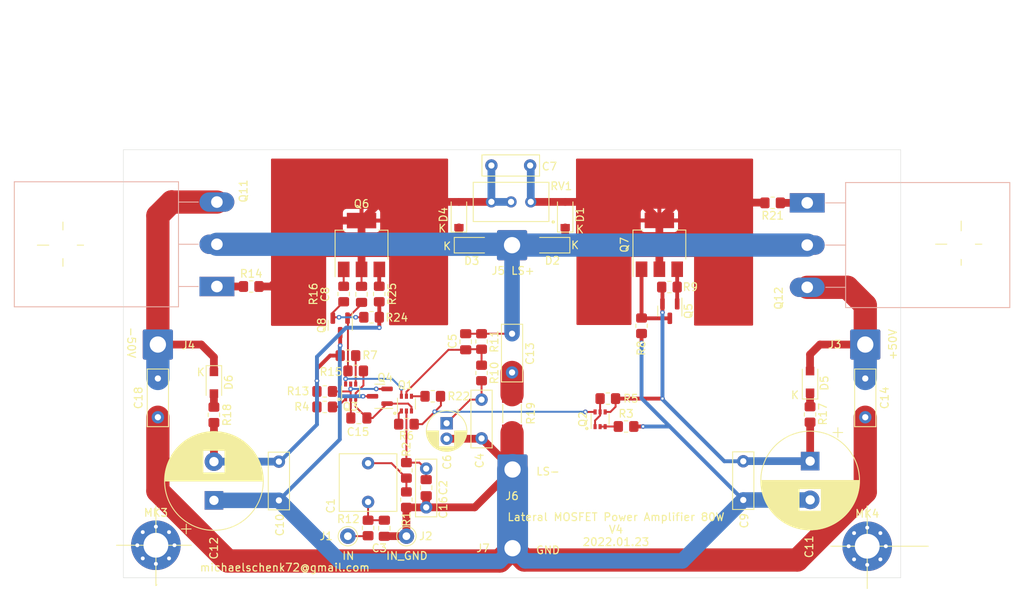
<source format=kicad_pcb>
(kicad_pcb (version 20211014) (generator pcbnew)
  (layers (0 "F.Cu" signal) (31 "B.Cu" signal) (34 "B.Paste" user) (35 "F.Paste" user) (36 "B.SilkS" user "B.Silkscreen") (37 "F.SilkS" user "F.Silkscreen") (38 "B.Mask" user) (39 "F.Mask" user) (44 "Edge.Cuts" user))
  (net 0 "")
  (net 1 "Net-(C1-Pad2)")
  (net 2 "Net-(C1-Pad1)")
  (net 3 "GND")
  (net 4 "Net-(Q1-Pad2)")
  (net 5 "Net-(C4-Pad1)")
  (net 6 "Net-(C13-Pad1)")
  (net 7 "Net-(C7-Pad1)")
  (net 8 "Net-(C5-Pad2)")
  (net 9 "Net-(C11-Pad1)")
  (net 10 "Net-(C13-Pad2)")
  (net 11 "Net-(D1-Pad1)")
  (net 12 "Net-(D3-Pad1)")
  (net 13 "Net-(D5-Pad1)")
  (net 14 "Net-(D6-Pad2)")
  (net 15 "Net-(Q11-Pad1)")
  (net 16 "Net-(C14-Pad1)")
  (net 17 "Net-(Q1-Pad1)")
  (net 18 "Net-(C18-Pad2)")
  (net 19 "Net-(Q5-Pad3)")
  (net 20 "Net-(Q2-Pad2)")
  (net 21 "Net-(Q2-Pad1)")
  (net 22 "Net-(Q1-Pad3)")
  (net 23 "Net-(Q3-Pad5)")
  (net 24 "Net-(Q1-Pad4)")
  (net 25 "Net-(J1-Pad1)")
  (net 26 "Net-(R6-Pad1)")
  (net 27 "Net-(Q3-Pad1)")
  (net 28 "Net-(Q8-Pad2)")
  (net 29 "Net-(Q5-Pad1)")
  (net 30 "Net-(Q6-Pad3)")
  (net 31 "Net-(Q12-Pad1)")
  (net 32 "Net-(Q3-Pad4)")
  (net 33 "Net-(Q6-Pad1)")
  (net 34 "Net-(C7-Pad2)")
  (net 35 "Net-(Q1-Pad6)")
  (net 36 "Net-(C10-Pad2)")
  (footprint "Capacitor_THT:C_Rect_L7.2mm_W7.2mm_P5.00mm_FKS2_FKP2_MKS2_MKP2" (layer "F.Cu") (at 140.8 85.0375 -90)
    (fp_text reference "C1")
    (fp_text value "3.3uF")
  )
  (footprint "Capacitor_SMD:C_0805_2012Metric_Pad1.18x1.45mm_HandSolder" (layer "F.Cu") (at 148.3 88.2 -90)
    (fp_text reference "C2")
    (fp_text value "470p")
  )
  (footprint "Capacitor_THT:CP_Radial_D5.0mm_P2.00mm" (layer "F.Cu") (at 150.9395 79.883 -90)
    (fp_text reference "C4")
    (fp_text value "47u/16V")
  )
  (footprint "Capacitor_SMD:C_0805_2012Metric_Pad1.18x1.45mm_HandSolder" (layer "F.Cu") (at 153.4 69.3625 -90)
    (fp_text reference "C5")
    (fp_text value "10p")
  )
  (footprint "Capacitor_THT:C_Rect_L7.2mm_W2.5mm_P5.00mm_FKS2_FKP2_MKS2_MKP2" (layer "F.Cu") (at 155.448 76.835 -90)
    (fp_text reference "C6")
    (fp_text value "100n")
  )
  (footprint "Capacitor_THT:C_Rect_L7.2mm_W2.5mm_P5.00mm_FKS2_FKP2_MKS2_MKP2" (layer "F.Cu") (at 189.23 84.789 -90)
    (fp_text reference "C9")
    (fp_text value "100n")
  )
  (footprint "Capacitor_THT:CP_Radial_D12.5mm_P5.00mm" (layer "F.Cu") (at 197.866 84.7725 -90)
    (fp_text reference "C11")
    (fp_text value "220u/100V")
  )
  (footprint "Capacitor_THT:C_Rect_L7.2mm_W2.5mm_P5.00mm_FKS2_FKP2_MKS2_MKP2" (layer "F.Cu") (at 159.385 68.326 -90)
    (fp_text reference "C13")
    (fp_text value "22n")
  )
  (footprint "Diode_SMD:D_SOD-123" (layer "F.Cu") (at 166.243 52.958 90)
    (fp_text reference "D1")
    (fp_text value "1N914")
  )
  (footprint "Diode_SMD:D_SOD-123" (layer "F.Cu") (at 164.592 56.896 180)
    (fp_text reference "D2")
    (fp_text value "12V/0.5W")
  )
  (footprint "Diode_SMD:D_SOD-123" (layer "F.Cu") (at 154.178 56.896)
    (fp_text reference "D3")
    (fp_text value "1N914")
  )
  (footprint "Diode_SMD:D_SOD-123" (layer "F.Cu") (at 152.527 52.958 90)
    (fp_text reference "D4")
    (fp_text value "12V/0.5W")
  )
  (footprint "Diode_SMD:D_SOD-123F" (layer "F.Cu") (at 197.85 74.55 90)
    (fp_text reference "D5")
    (fp_text value "SM4002PL-TP")
  )
  (footprint "Connector_Pin:Pin_D1.0mm_L10.0mm" (layer "F.Cu") (at 138.19 94.4585)
    (fp_text reference "J1")
    (fp_text value "Conn_01x01")
  )
  (footprint "Connector_Pin:Pin_D1.0mm_L10.0mm" (layer "F.Cu") (at 145.7465 94.4585)
    (fp_text reference "J2")
    (fp_text value "Conn_01x01")
  )
  (footprint "Connector_Wire:SolderWire-1.5sqmm_1x01_D1.7mm_OD3.9mm" (layer "F.Cu") (at 204.978 69.723)
    (fp_text reference "J3")
    (fp_text value "+50V")
  )
  (footprint "Connector_Wire:SolderWire-1.5sqmm_1x01_D1.7mm_OD3.9mm" (layer "F.Cu") (at 159.385 56.896)
    (fp_text reference "J5")
    (fp_text value "LS+")
  )
  (footprint "Connector_Wire:SolderWire-1.5sqmm_1x01_D1.7mm_OD3.9mm" (layer "F.Cu") (at 159.4485 85.852)
    (fp_text reference "J6")
    (fp_text value "LS-")
  )
  (footprint "Connector_Wire:SolderWire-1.5sqmm_1x01_D1.7mm_OD3.9mm" (layer "F.Cu") (at 159.4485 96.012)
    (fp_text reference "J7")
    (fp_text value "GND")
  )
  (footprint "MountingHole:MountingHole_3.2mm_M3_Pad_Via" (layer "F.Cu") (at 113.411 95.631)
    (fp_text reference "MK3")
    (fp_text value "Mounting_Hole_PAD")
  )
  (footprint "MountingHole:MountingHole_3.2mm_M3_Pad_Via" (layer "F.Cu") (at 205.232 95.758)
    (fp_text reference "MK4")
    (fp_text value "Mounting_Hole_PAD")
  )
  (footprint "Resistor_SMD:R_0805_2012Metric_Pad1.20x1.40mm_HandSolder" (layer "F.Cu") (at 145.7465 89.7435 -90)
    (fp_text reference "R1")
    (fp_text value "33k")
  )
  (footprint "Resistor_SMD:R_0805_2012Metric_Pad1.20x1.40mm_HandSolder" (layer "F.Cu") (at 145.7465 85.9655 -90)
    (fp_text reference "R2")
    (fp_text value "470R")
  )
  (footprint "Resistor_SMD:R_0805_2012Metric_Pad1.20x1.40mm_HandSolder" (layer "F.Cu") (at 174.1 80.3)
    (fp_text reference "R3")
    (fp_text value "22k")
  )
  (footprint "Resistor_SMD:R_0805_2012Metric_Pad1.20x1.40mm_HandSolder" (layer "F.Cu") (at 171.75 76.7 180)
    (fp_text reference "R5")
    (fp_text value "180R")
  )
  (footprint "Resistor_SMD:R_0805_2012Metric_Pad1.20x1.40mm_HandSolder" (layer "F.Cu") (at 145.75 80 180)
    (fp_text reference "R6")
    (fp_text value "100R")
  )
  (footprint "Resistor_SMD:R_0805_2012Metric_Pad1.20x1.40mm_HandSolder" (layer "F.Cu") (at 155.448 73.39 -90)
    (fp_text reference "R10")
    (fp_text value "1k")
  )
  (footprint "Resistor_SMD:R_0805_2012Metric_Pad1.20x1.40mm_HandSolder" (layer "F.Cu") (at 155.448 69.326 -90)
    (fp_text reference "R11")
    (fp_text value "33k")
  )
  (footprint "Resistor_SMD:R_0805_2012Metric_Pad1.20x1.40mm_HandSolder" (layer "F.Cu") (at 125.714 62.23)
    (fp_text reference "R14")
    (fp_text value "220R")
  )
  (footprint "Resistor_SMD:R_0805_2012Metric_Pad1.20x1.40mm_HandSolder" (layer "F.Cu") (at 197.85 78.75 90)
    (fp_text reference "R17")
    (fp_text value "100R")
  )
  (footprint "Resistor_SMD:R_MELF_MMB-0207" (layer "F.Cu") (at 159.385 78.65 -90)
    (fp_text reference "R19")
    (fp_text value "6.8R/1W")
  )
  (footprint "Resistor_SMD:R_0805_2012Metric_Pad1.20x1.40mm_HandSolder" (layer "F.Cu") (at 193.024 51.435 180)
    (fp_text reference "R21")
    (fp_text value "220R")
  )
  (footprint "Capacitor_THT:C_Rect_L7.2mm_W2.5mm_P5.00mm_FKS2_FKP2_MKS2_MKP2" (layer "F.Cu") (at 204.978 74.1045 -90)
    (fp_text reference "C14")
    (fp_text value "100n")
  )
  (footprint "Resistor_SMD:R_0805_2012Metric_Pad1.20x1.40mm_HandSolder" (layer "F.Cu") (at 120.9 78.8 -90)
    (fp_text reference "R18")
    (fp_text value "100R")
  )
  (footprint "Capacitor_THT:C_Rect_L7.2mm_W2.5mm_P5.00mm_FKS2_FKP2_MKS2_MKP2" (layer "F.Cu") (at 129.286 89.836 90)
    (fp_text reference "C10")
    (fp_text value "100n")
  )
  (footprint "Capacitor_THT:CP_Radial_D12.5mm_P5.00mm" (layer "F.Cu") (at 120.904 89.836 90)
    (fp_text reference "C12")
    (fp_text value "220u/100V")
  )
  (footprint "Resistor_SMD:R_0805_2012Metric_Pad1.20x1.40mm_HandSolder" (layer "F.Cu") (at 138.2 71.15 180)
    (fp_text reference "R7")
    (fp_text value "220")
  )
  (footprint "Resistor_SMD:R_0805_2012Metric_Pad1.20x1.40mm_HandSolder" (layer "F.Cu") (at 135.2 77.775 180)
    (fp_text reference "R4")
    (fp_text value "220")
  )
  (footprint "Package_TO_SOT_SMD:SOT-23" (layer "F.Cu") (at 179.75 65.4 -90)
    (fp_text reference "Q5")
    (fp_text value "BC856B")
  )
  (footprint "Package_TO_SOT_SMD:SOT-223-3_TabPin2" (layer "F.Cu") (at 139.954 56.871 90)
    (fp_text reference "Q6")
    (fp_text value "DZT5551")
  )
  (footprint "Package_TO_SOT_SMD:SOT-363_SC-70-6" (layer "F.Cu") (at 145.75 77.35 90)
    (fp_text reference "Q1")
    (fp_text value "BC856BS")
  )
  (footprint "Package_TO_SOT_SMD:SOT-363_SC-70-6" (layer "F.Cu") (at 170.7515 79.3695 90)
    (fp_text reference "Q2")
    (fp_text value "BC856BS")
  )
  (footprint "Connector_Wire:SolderWire-1.5sqmm_1x01_D1.7mm_OD3.9mm" (layer "F.Cu") (at 113.665 69.723)
    (fp_text reference "J4")
    (fp_text value "-50V")
  )
  (footprint "Capacitor_THT:C_Rect_L7.2mm_W2.5mm_P5.00mm_FKS2_FKP2_MKS2_MKP2" (layer "F.Cu") (at 113.665 79.1045 90)
    (fp_text reference "C18")
    (fp_text value "100n")
  )
  (footprint "Diode_SMD:D_SOD-123F" (layer "F.Cu") (at 120.9 74.65 -90)
    (fp_text reference "D6")
    (fp_text value "SM4002PL-TP")
  )
  (footprint "Capacitor_THT:C_Rect_L7.2mm_W2.5mm_P5.00mm_FKS2_FKP2_MKS2_MKP2" (layer "F.Cu") (at 156.718 46.609)
    (fp_text reference "C7")
    (fp_text value "100n")
  )
  (footprint "Potentiometer_THT:Potentiometer_Bourns_3296W_Vertical" (layer "F.Cu") (at 161.798 51.308)
    (fp_text reference "RV1")
    (fp_text value "200R")
  )
  (footprint "Resistor_SMD:R_0805_2012Metric_Pad1.20x1.40mm_HandSolder" (layer "F.Cu") (at 179.7 62.3)
    (fp_text reference "R9")
    (fp_text value "75R")
  )
  (footprint "Resistor_SMD:R_0805_2012Metric_Pad1.20x1.40mm_HandSolder" (layer "F.Cu") (at 139.2 73.125 180)
    (fp_text reference "R15")
    (fp_text value "4k7")
  )
  (footprint "Package_TO_SOT_SMD:SOT-363_SC-70-6" (layer "F.Cu") (at 138.55 75.775 90)
    (fp_text reference "Q3")
    (fp_text value "BC846BDW1")
  )
  (footprint "Capacitor_THT:C_Rect_L7.2mm_W2.5mm_P5.00mm_FKS2_FKP2_MKS2_MKP2" (layer "F.Cu") (at 148.3 85.7375 -90)
    (fp_text reference "C16")
    (fp_text value "1n")
  )
  (footprint "Resistor_SMD:R_0805_2012Metric_Pad1.20x1.40mm_HandSolder" (layer "F.Cu") (at 149.15 76.4 180)
    (fp_text reference "R22")
    (fp_text value "100R")
  )
  (footprint "Resistor_SMD:R_0805_2012Metric_Pad1.20x1.40mm_HandSolder" (layer "F.Cu") (at 141.25 66.2)
    (fp_text reference "R24")
    (fp_text value "1k")
  )
  (footprint "Capacitor_SMD:C_0805_2012Metric_Pad1.18x1.45mm_HandSolder" (layer "F.Cu") (at 139.6125 79.2 180)
    (fp_text reference "C15")
    (fp_text value "1n")
  )
  (footprint "Package_TO_SOT_SMD:SOT-223-3_TabPin2" (layer "F.Cu") (at 178.4 56.85 90)
    (fp_text reference "Q7")
    (fp_text value "DZT5401")
  )
  (footprint "Resistor_SMD:R_0805_2012Metric_Pad1.20x1.40mm_HandSolder" (layer "F.Cu") (at 142.24 63.2 -90)
    (fp_text reference "R25")
    (fp_text value "33R")
  )
  (footprint "Capacitor_SMD:C_0805_2012Metric_Pad1.18x1.45mm_HandSolder" (layer "F.Cu") (at 139.954 63.2421 -90)
    (fp_text reference "C8")
    (fp_text value "18p")
  )
  (footprint "Resistor_SMD:R_0805_2012Metric_Pad1.20x1.40mm_HandSolder" (layer "F.Cu") (at 135.2 75.775 180)
    (fp_text reference "R13")
    (fp_text value "1k")
  )
  (footprint "Package_TO_SOT_SMD:SOT-23" (layer "F.Cu") (at 142.3125 76.4 180)
    (fp_text reference "Q4")
    (fp_text value "BC846B")
  )
  (footprint "Package_TO_SOT_SMD:SOT-23" (layer "F.Cu") (at 137.2 67.25 -90)
    (fp_text reference "Q8")
    (fp_text value "BC846B")
  )
  (footprint "Resistor_SMD:R_0805_2012Metric_Pad1.20x1.40mm_HandSolder" (layer "F.Cu") (at 140.8 93.4 -90)
    (fp_text reference "R12")
    (fp_text value "68R")
  )
  (footprint "Resistor_SMD:R_0805_2012Metric_Pad1.20x1.40mm_HandSolder" (layer "F.Cu") (at 176.1 67.3 -90)
    (fp_text reference "R8")
    (fp_text value "22k")
  )
  (footprint "Resistor_SMD:R_0805_2012Metric_Pad1.20x1.40mm_HandSolder" (layer "F.Cu") (at 137.65 63.2 -90)
    (fp_text reference "R16")
    (fp_text value "470R")
  )
  (footprint "Capacitor_SMD:C_0805_2012Metric_Pad1.18x1.45mm_HandSolder" (layer "F.Cu") (at 142.9 93.4375 90)
    (fp_text reference "C3")
    (fp_text value "100p")
  )
  (footprint "Package_TO_SOT_THT:TO-247-3_Horizontal_TabUp" (layer "B.Cu") (at 121.285 62.23 90)
    (fp_text reference "Q11")
    (fp_text value "ECX10P20")
  )
  (footprint "Package_TO_SOT_THT:TO-247-3_Horizontal_TabUp" (layer "B.Cu") (at 197.485 51.435 -90)
    (fp_text reference "Q12")
    (fp_text value "ECX10N20")
  )
  (gr_line (start 98.1075 56.896) (end 104.0765 56.896) (layer "F.SilkS") (width 0.12))
  (gr_line (start 101.4095 53.9115) (end 101.4095 59.6265) (layer "F.SilkS") (width 0.12))
  (gr_line (start 213.106 95.758) (end 200.533 95.758) (layer "F.SilkS") (width 0.12))
  (gr_line (start 117.983 95.631) (end 108.331 95.631) (layer "F.SilkS") (width 0.12))
  (gr_line (start 205.232 101.219) (end 205.232 90.551) (layer "F.SilkS") (width 0.12))
  (gr_line (start 217.3605 53.7845) (end 217.3605 59.4995) (layer "F.SilkS") (width 0.12))
  (gr_line (start 214.0585 56.769) (end 220.0275 56.769) (layer "F.SilkS") (width 0.12))
  (gr_line (start 113.411 90.551) (end 113.411 100.838) (layer "F.SilkS") (width 0.12))
  (gr_line (start 113.411 100.838) (end 113.538 100.711) (layer "F.SilkS") (width 0.12))
  (gr_line (start 109.22 99.822) (end 209.55 99.822) (layer "Edge.Cuts") (width 0.05))
  (gr_line (start 109.22 44.577) (end 109.22 99.822) (layer "Edge.Cuts") (width 0.05))
  (gr_line (start 209.55 44.577) (end 209.55 99.822) (layer "Edge.Cuts") (width 0.05))
  (gr_line (start 109.22 44.577) (end 209.55 44.577) (layer "Edge.Cuts") (width 0.05))
  (gr_text "GND" (at 164.0205 96.266) (layer "F.SilkS") (effects (font (size 1 1))))
  (gr_text "-50V" (at 110.236 69.469 -90) (layer "F.SilkS") (effects (font (size 1 1))))
  (gr_text "°" (at 164.7 54.3) (layer "F.SilkS") (effects (font (size 1 1))))
  (gr_text "°" (at 169.037 80.957) (layer "F.SilkS") (effects (font (size 1 1))))
  (gr_text "°" (at 144.25 79) (layer "F.SilkS") (effects (font (size 1 1))))
  (gr_text "IN" (at 138.25 97) (layer "F.SilkS") (effects (font (size 1 1))))
  (gr_text "LS+" (at 160.782 60.198) (layer "F.SilkS") (effects (font (size 1 1))))
  (gr_text "K" (at 119.2 73.3) (layer "F.SilkS") (effects (font (size 1 1))))
  (gr_text "+50V" (at 208.534 69.723 90) (layer "F.SilkS") (effects (font (size 1 1))))
  (gr_text "IN_GND" (at 145.81 96.9985) (layer "F.SilkS") (effects (font (size 1 1))))
  (gr_text "°" (at 137.05 77.2) (layer "F.SilkS") (effects (font (size 1 1))))
  (gr_text "K" (at 167.513 56.896) (layer "F.SilkS") (effects (font (size 1 1))))
  (gr_text "michaelschenk72@gmail.com" (at 130.05 98.5) (layer "F.SilkS") (effects (font (size 1 1))))
  (gr_text "K" (at 195.9 76.25) (layer "F.SilkS") (effects (font (size 1 1))))
  (gr_text "K" (at 151.003 57.023) (layer "F.SilkS") (effects (font (size 1 1))))
  (gr_text "Lateral MOSFET Power Amplifier 80W\nV4\n2022.01.23" (at 172.8 93.6) (layer "F.SilkS") (effects (font (size 1 1))))
  (gr_text "K" (at 168.148 54.864) (layer "F.SilkS") (effects (font (size 1 1))))
  (gr_text "K" (at 150.368 54.737) (layer "F.SilkS") (effects (font (size 1 1))))
  (gr_text "LS-" (at 164.0205 86.106) (layer "F.SilkS") (effects (font (size 1 1))))
  (segment (start 140.8 92.4) (end 142.9 92.4) (width 0.25) (layer "F.Cu") (net 1))
  (segment (start 140.8 92.4) (end 140.8 90.0375) (width 0.25) (layer "F.Cu") (net 1))
  (segment (start 145.7465 86.9655) (end 143.8185 85.0375) (width 0.25) (layer "F.Cu") (net 2))
  (segment (start 145.7465 88.7435) (end 145.7465 86.9655) (width 0.25) (layer "F.Cu") (net 2))
  (segment (start 143.8185 85.0375) (end 140.8 85.0375) (width 0.25) (layer "F.Cu") (net 2))
  (segment (start 150.9395 81.883) (end 155.4 81.883) (width 1) (layer "F.Cu") (net 3))
  (segment (start 148.652 90.7435) (end 148.6675 90.759) (width 1) (layer "F.Cu") (net 3))
  (segment (start 148.3 90.7375) (end 154.563 90.7375) (width 1) (layer "F.Cu") (net 3))
  (segment (start 196.201998 97.536) (end 160.9725 97.536) (width 3) (layer "F.Cu") (net 3))
  (segment (start 145.7465 90.7435) (end 148.652 90.7435) (width 1) (layer "F.Cu") (net 3))
  (segment (start 145.7465 94.4585) (end 142.9165 94.4585) (width 1) (layer "F.Cu") (net 3))
  (segment (start 148.3 90.7375) (end 148.3 89.2375) (width 1) (layer "F.Cu") (net 3))
  (segment (start 154.563 90.7375) (end 159.4485 85.852) (width 1) (layer "F.Cu") (net 3))
  (segment (start 159.4485 85.8355) (end 155.448 81.835) (width 1) (layer "F.Cu") (net 3))
  (segment (start 137.2 68.1875) (end 137.2 69.85) (width 0.5) (layer "F.Cu") (net 3))
  (segment (start 122.695002 97.663) (end 157.7975 97.663) (width 3) (layer "F.Cu") (net 3))
  (segment (start 113.665 79.1045) (end 113.665 88.632998) (width 3) (layer "F.Cu") (net 3))
  (segment (start 142.9165 94.4585) (end 142.9 94.475) (width 1) (layer "F.Cu") (net 3))
  (segment (start 160.9725 97.536) (end 159.4485 96.012) (width 3) (layer "F.Cu") (net 3))
  (segment (start 159.385 81.1) (end 159.385 85.7885) (width 3) (layer "F.Cu") (net 3))
  (segment (start 175.1 80.3) (end 176.3 80.3) (width 0.5) (layer "F.Cu") (net 3))
  (segment (start 204.978 88.759998) (end 196.201998 97.536) (width 3) (layer "F.Cu") (net 3))
  (segment (start 176.1 68.3) (end 176.1 69.5) (width 0.5) (layer "F.Cu") (net 3))
  (segment (start 113.665 88.632998) (end 122.695002 97.663) (width 3) (layer "F.Cu") (net 3))
  (segment (start 145.7465 94.4585) (end 145.7465 90.7435) (width 1) (layer "F.Cu") (net 3))
  (segment (start 141.375 76.4) (end 140.15 76.4) (width 0.25) (layer "F.Cu") (net 3))
  (segment (start 204.978 79.1045) (end 204.978 88.759998) (width 3) (layer "F.Cu") (net 3))
  (segment (start 157.7975 97.663) (end 159.4485 96.012) (width 3) (layer "F.Cu") (net 3))
  (via (at 140.15 76.4) (size 0.6) (drill 0.3) (layers "F.Cu" "B.Cu") (net 3))
  (via (at 176.3 80.3) (size 0.6) (drill 0.3) (layers "F.Cu" "B.Cu") (net 3))
  (via (at 176.1 69.5) (size 0.6) (drill 0.3) (layers "F.Cu" "B.Cu") (net 3))
  (via (at 137.2 69.85) (size 0.6) (drill 0.3) (layers "F.Cu" "B.Cu") (net 3))
  (segment (start 137.150978 76.4) (end 137.150489 76.399511) (width 0.5) (layer "B.Cu") (net 3))
  (segment (start 159.4485 96.012) (end 159.4485 85.852) (width 4) (layer "B.Cu") (net 3))
  (segment (start 181.369 97.65) (end 161.0865 97.65) (width 2) (layer "B.Cu") (net 3))
  (segment (start 157.7605 97.7) (end 159.4485 96.012) (width 2) (layer "B.Cu") (net 3))
  (segment (start 137.150489 69.899511) (end 137.150489 76.399511) (width 0.5) (layer "B.Cu") (net 3))
  (segment (start 161.0865 97.65) (end 159.4485 96.012) (width 2) (layer "B.Cu") (net 3))
  (segment (start 179.65 80.3) (end 179.6955 80.2545) (width 0.5) (layer "B.Cu") (net 3))
  (segment (start 137.15 97.7) (end 157.7605 97.7) (width 2) (layer "B.Cu") (net 3))
  (segment (start 176.1 76.659) (end 176.1 69.5) (width 0.5) (layer "B.Cu") (net 3))
  (segment (start 189.23 89.789) (end 181.369 97.65) (width 2) (layer "B.Cu") (net 3))
  (segment (start 176.3 80.3) (end 179.65 80.3) (width 0.5) (layer "B.Cu") (net 3))
  (segment (start 129.286 89.836) (end 137.15 97.7) (width 2) (layer "B.Cu") (net 3))
  (segment (start 137.150489 81.971511) (end 129.286 89.836) (width 0.5) (layer "B.Cu") (net 3))
  (segment (start 137.2 69.85) (end 137.150489 69.899511) (width 0.5) (layer "B.Cu") (net 3))
  (segment (start 189.23 89.789) (end 197.8495 89.789) (width 2) (layer "B.Cu") (net 3))
  (segment (start 189.23 89.789) (end 179.6955 80.2545) (width 0.5) (layer "B.Cu") (net 3))
  (segment (start 137.150489 76.399511) (end 137.150489 81.971511) (width 0.5) (layer "B.Cu") (net 3))
  (segment (start 140.15 76.4) (end 137.150978 76.4) (width 0.5) (layer "B.Cu") (net 3))
  (segment (start 129.286 89.836) (end 120.904 89.836) (width 2) (layer "B.Cu") (net 3))
  (segment (start 179.6955 80.2545) (end 176.1 76.659) (width 0.5) (layer "B.Cu") (net 3))
  (segment (start 147.428 84.9655) (end 148.2 85.7375) (width 0.25) (layer "F.Cu") (net 4))
  (segment (start 148.3 87.1625) (end 148.3 85.7375) (width 0.25) (layer "F.Cu") (net 4))
  (segment (start 145.7465 84.9655) (end 145.7465 80.615993) (width 0.25) (layer "F.Cu") (net 4))
  (segment (start 146.334493 84.9655) (end 145.7465 84.9655) (width 0.25) (layer "F.Cu") (net 4))
  (segment (start 145.7465 84.9655) (end 147.428 84.9655) (width 0.25) (layer "F.Cu") (net 4))
  (segment (start 148.2 85.7375) (end 148.3 85.7375) (width 0.25) (layer "F.Cu") (net 4))
  (segment (start 145.7465 80.615993) (end 145.75 80.612493) (width 0.25) (layer "F.Cu") (net 4))
  (segment (start 145.75 78.3) (end 145.75 80.612493) (width 0.25) (layer "F.Cu") (net 4))
  (segment (start 155.448 76.835) (end 153.9875 76.835) (width 0.25) (layer "F.Cu") (net 5))
  (segment (start 153.9875 76.835) (end 150.9395 79.883) (width 0.25) (layer "F.Cu") (net 5))
  (segment (start 155.448 76.835) (end 155.448 74.39) (width 0.25) (layer "F.Cu") (net 5))
  (segment (start 155.448 68.326) (end 153.401 68.326) (width 0.25) (layer "F.Cu") (net 6))
  (segment (start 162.942 56.896) (end 159.385 56.896) (width 1) (layer "F.Cu") (net 6))
  (segment (start 159.385 68.326) (end 155.448 68.326) (width 0.25) (layer "F.Cu") (net 6))
  (segment (start 155.828 56.896) (end 159.385 56.896) (width 1) (layer "F.Cu") (net 6))
  (segment (start 159.396 56.885) (end 197.485 56.885) (width 3) (layer "B.Cu") (net 6))
  (segment (start 159.385 56.896) (end 159.385 68.326) (width 2) (layer "B.Cu") (net 6))
  (segment (start 159.269 56.78) (end 121.285 56.78) (width 3) (layer "B.Cu") (net 6))
  (segment (start 128.27 62.23) (end 126.714 62.23) (width 1) (layer "F.Cu") (net 7))
  (segment (start 139.954 62.2046) (end 139.954 60.021) (width 0.25) (layer "F.Cu") (net 7))
  (segment (start 139.954 60.021) (end 139.954 53.721) (width 1) (layer "F.Cu") (net 7))
  (segment (start 156.718 51.308) (end 152.527 51.308) (width 1) (layer "F.Cu") (net 7))
  (segment (start 136.779 53.721) (end 128.27 62.23) (width 1) (layer "F.Cu") (net 7))
  (segment (start 152.527 51.308) (end 142.367 51.308) (width 1) (layer "F.Cu") (net 7))
  (segment (start 142.367 51.308) (end 139.954 53.721) (width 1) (layer "F.Cu") (net 7))
  (segment (start 139.954 53.721) (end 136.779 53.721) (width 1) (layer "F.Cu") (net 7))
  (segment (start 159.258 51.308) (end 156.718 51.308) (width 1) (layer "B.Cu") (net 7))
  (segment (start 156.718 51.308) (end 156.718 46.609) (width 1) (layer "B.Cu") (net 7))
  (segment (start 155.448 72.39) (end 155.448 70.326) (width 0.25) (layer "F.Cu") (net 8))
  (segment (start 151.175 70.4) (end 153.4 70.4) (width 0.25) (layer "F.Cu") (net 8))
  (segment (start 145.75 76.4) (end 145.75 75.825) (width 0.25) (layer "F.Cu") (net 8))
  (segment (start 155.448 70.326) (end 153.474 70.326) (width 0.25) (layer "F.Cu") (net 8))
  (segment (start 145.75 75.825) (end 151.175 70.4) (width 0.25) (layer "F.Cu") (net 8))
  (segment (start 178.8 64.4625) (end 178.8 65.588) (width 0.5) (layer "F.Cu") (net 9))
  (segment (start 172.0805 78.4195) (end 171.4015 78.4195) (width 0.25) (layer "F.Cu") (net 9))
  (segment (start 172.75 77.75) (end 172.0805 78.4195) (width 0.25) (layer "F.Cu") (net 9))
  (segment (start 197.866 84.7725) (end 197.866 79.766) (width 1) (layer "F.Cu") (net 9))
  (segment (start 178.8 62.4) (end 178.7 62.3) (width 0.5) (layer "F.Cu") (net 9))
  (segment (start 172.75 76.7) (end 172.75 77.75) (width 0.25) (layer "F.Cu") (net 9))
  (segment (start 172.75 76.7) (end 178.8 76.7) (width 0.5) (layer "F.Cu") (net 9))
  (segment (start 178.8 64.4625) (end 178.8 62.4) (width 0.5) (layer "F.Cu") (net 9))
  (via (at 178.8 76.7) (size 0.6) (drill 0.3) (layers "F.Cu" "B.Cu") (net 9))
  (via (at 178.8 65.588) (size 0.6) (drill 0.3) (layers "F.Cu" "B.Cu") (net 9))
  (segment (start 178.8 65.588) (end 178.8 76.7) (width 0.5) (layer "B.Cu") (net 9))
  (segment (start 189.23 84.789) (end 186.789 84.789) (width 0.5) (layer "B.Cu") (net 9))
  (segment (start 197.866 84.7725) (end 189.2465 84.7725) (width 1) (layer "B.Cu") (net 9))
  (segment (start 186.789 84.789) (end 178.75 76.75) (width 0.5) (layer "B.Cu") (net 9))
  (segment (start 178.8 76.7) (end 178.75 76.75) (width 0.5) (layer "B.Cu") (net 9))
  (segment (start 159.385 73.326) (end 159.385 76.2) (width 3) (layer "F.Cu") (net 10))
  (segment (start 166.243 56.895) (end 166.242 56.896) (width 1) (layer "F.Cu") (net 11))
  (segment (start 166.243 54.608) (end 166.243 56.895) (width 1) (layer "F.Cu") (net 11))
  (segment (start 152.528 56.896) (end 152.528 54.609) (width 1) (layer "F.Cu") (net 12))
  (segment (start 152.528 54.609) (end 152.527 54.608) (width 1) (layer "F.Cu") (net 12))
  (segment (start 197.85 77.75) (end 197.85 75.95) (width 1) (layer "F.Cu") (net 13))
  (segment (start 120.9 77.8) (end 120.9 76.05) (width 1) (layer "F.Cu") (net 14))
  (segment (start 121.285 62.23) (end 124.714 62.23) (width 1) (layer "F.Cu") (net 15))
  (segment (start 204.978 64.643) (end 202.67 62.335) (width 3) (layer "F.Cu") (net 16))
  (segment (start 197.85 71) (end 197.85 73.15) (width 1) (layer "F.Cu") (net 16))
  (segment (start 204.978 69.723) (end 204.978 64.643) (width 3) (layer "F.Cu") (net 16))
  (segment (start 202.67 62.335) (end 197.485 62.335) (width 3) (layer "F.Cu") (net 16))
  (segment (start 204.978 69.723) (end 199.127 69.723) (width 1) (layer "F.Cu") (net 16))
  (segment (start 199.127 69.723) (end 197.85 71) (width 1) (layer "F.Cu") (net 16))
  (segment (start 204.978 74.1045) (end 204.978 69.723) (width 3) (layer "B.Cu") (net 16))
  (segment (start 144.75 80) (end 144.75 78.65) (width 0.25) (layer "F.Cu") (net 17))
  (segment (start 144.75 78.65) (end 145.1 78.3) (width 0.25) (layer "F.Cu") (net 17))
  (segment (start 119.273 69.723) (end 120.9 71.35) (width 1) (layer "F.Cu") (net 18))
  (segment (start 113.665 69.723) (end 113.665 53.086) (width 3) (layer "F.Cu") (net 18))
  (segment (start 113.665 53.086) (end 115.443 51.308) (width 3) (layer "F.Cu") (net 18))
  (segment (start 113.665 69.723) (end 119.273 69.723) (width 1) (layer "F.Cu") (net 18))
  (segment (start 120.9 71.35) (end 120.9 73.25) (width 1) (layer "F.Cu") (net 18))
  (segment (start 115.465 51.33) (end 121.285 51.33) (width 3) (layer "F.Cu") (net 18))
  (segment (start 115.443 51.308) (end 115.465 51.33) (width 3) (layer "F.Cu") (net 18))
  (segment (start 113.665 74.1045) (end 113.665 69.723) (width 3) (layer "B.Cu") (net 18))
  (segment (start 176.1375 66.3375) (end 176.1 66.3) (width 0.5) (layer "F.Cu") (net 19))
  (segment (start 176.5375 66.3375) (end 176.5 66.3) (width 0.5) (layer "F.Cu") (net 19))
  (segment (start 179.75 66.3375) (end 176.1375 66.3375) (width 0.5) (layer "F.Cu") (net 19))
  (segment (start 176.1 66.3) (end 176.1 60) (width 0.5) (layer "F.Cu") (net 19))
  (segment (start 173.1 80.3) (end 171.421 80.3) (width 0.25) (layer "F.Cu") (net 20))
  (segment (start 170.7515 80.3195) (end 171.4015 80.3195) (width 0.25) (layer "F.Cu") (net 20))
  (segment (start 170.7515 78.879502) (end 170.7515 78.4195) (width 0.25) (layer "F.Cu") (net 21))
  (segment (start 170.7515 78.4195) (end 170.7515 76.7015) (width 0.25) (layer "F.Cu") (net 21))
  (segment (start 170.1015 80.3195) (end 170.1015 79.529502) (width 0.25) (layer "F.Cu") (net 21))
  (segment (start 170.1015 79.529502) (end 170.7515 78.879502) (width 0.25) (layer "F.Cu") (net 21))
  (segment (start 141.4 79.2) (end 140.65 79.2) (width 0.25) (layer "F.Cu") (net 22))
  (segment (start 140.2 74.999022) (end 140.2 73.125) (width 0.25) (layer "F.Cu") (net 22))
  (segment (start 143.25 77.35) (end 141.4 79.2) (width 0.25) (layer "F.Cu") (net 22))
  (segment (start 145.974022 77.35) (end 146.4 77.775978) (width 0.25) (layer "F.Cu") (net 22))
  (segment (start 139.2 75.999022) (end 140.2 74.999022) (width 0.25) (layer "F.Cu") (net 22))
  (segment (start 139.2 76.725) (end 139.2 75.999022) (width 0.25) (layer "F.Cu") (net 22))
  (segment (start 146.4 77.775978) (end 146.4 78.3) (width 0.25) (layer "F.Cu") (net 22))
  (segment (start 139.2 76.725) (end 139.2 77.75) (width 0.25) (layer "F.Cu") (net 22))
  (segment (start 139.2 77.75) (end 140.65 79.2) (width 0.25) (layer "F.Cu") (net 22))
  (segment (start 143.25 77.35) (end 145.974022 77.35) (width 0.25) (layer "F.Cu") (net 22))
  (segment (start 138.55 75.75) (end 138.55 74.825) (width 0.25) (layer "F.Cu") (net 23))
  (segment (start 138.55 75.775) (end 138.55 75.75) (width 0.25) (layer "F.Cu") (net 23))
  (segment (start 138.55 76.725) (end 138.55 75.775) (width 0.25) (layer "F.Cu") (net 23))
  (segment (start 138.575 76.75) (end 138.55 76.725) (width 0.25) (layer "F.Cu") (net 23))
  (segment (start 143.25 75.45) (end 141.85 75.45) (width 0.25) (layer "F.Cu") (net 23))
  (segment (start 136.2 75.775) (end 138.55 75.775) (width 0.25) (layer "F.Cu") (net 23))
  (segment (start 138.575 79.2) (end 138.575 76.75) (width 0.25) (layer "F.Cu") (net 23))
  (via (at 141.85 75.45) (size 0.6) (drill 0.3) (layers "F.Cu" "B.Cu") (net 23))
  (via (at 138.55 75.45) (size 0.6) (drill 0.3) (layers "F.Cu" "B.Cu") (net 23))
  (segment (start 141.85 75.45) (end 138.55 75.45) (width 0.25) (layer "B.Cu") (net 23))
  (segment (start 148.15 76.4) (end 146.4 76.4) (width 0.25) (layer "F.Cu") (net 24))
  (segment (start 138.19 94.4585) (end 140.7415 94.4585) (width 0.25) (layer "F.Cu") (net 25))
  (segment (start 140.7415 94.4585) (end 140.8 94.4) (width 0.25) (layer "F.Cu") (net 25))
  (segment (start 170.1015 78.4195) (end 168.849 78.4195) (width 0.25) (layer "F.Cu") (net 26))
  (segment (start 168.849 78.4195) (end 168.8465 78.417) (width 0.25) (layer "F.Cu") (net 26))
  (segment (start 146.75 80) (end 147.8 80) (width 0.25) (layer "F.Cu") (net 26))
  (segment (start 150.2 76.45) (end 150.15 76.4) (width 0.25) (layer "F.Cu") (net 26))
  (segment (start 150.2 77.6) (end 150.2 76.45) (width 0.25) (layer "F.Cu") (net 26))
  (segment (start 149.4 78.4) (end 150.2 77.6) (width 0.25) (layer "F.Cu") (net 26))
  (segment (start 147.8 80) (end 149.4 78.4) (width 0.25) (layer "F.Cu") (net 26))
  (via (at 168.8465 78.417) (size 0.6) (drill 0.3) (layers "F.Cu" "B.Cu") (net 26))
  (via (at 149.4 78.4) (size 0.6) (drill 0.3) (layers "F.Cu" "B.Cu") (net 26))
  (segment (start 168.8295 78.4) (end 168.8465 78.417) (width 0.25) (layer "B.Cu") (net 26))
  (segment (start 149.4 78.4) (end 168.8295 78.4) (width 0.25) (layer "B.Cu") (net 26))
  (segment (start 136.2 77.775) (end 136.85 77.775) (width 0.25) (layer "F.Cu") (net 27))
  (segment (start 136.85 77.775) (end 137.9 76.725) (width 0.25) (layer "F.Cu") (net 27))
  (segment (start 136.3625 66.2) (end 136.25 66.3125) (width 0.25) (layer "F.Cu") (net 28))
  (segment (start 137.65 64.2) (end 136.25 65.6) (width 0.25) (layer "F.Cu") (net 28))
  (segment (start 137.05 66.2) (end 136.3625 66.2) (width 0.25) (layer "F.Cu") (net 28))
  (segment (start 140.25 66.2) (end 139.2 66.2) (width 0.25) (layer "F.Cu") (net 28))
  (segment (start 136.25 65.6) (end 136.25 66.3125) (width 0.25) (layer "F.Cu") (net 28))
  (via (at 137.05 66.2) (size 0.6) (drill 0.3) (layers "F.Cu" "B.Cu") (net 28))
  (via (at 139.2 66.2) (size 0.6) (drill 0.3) (layers "F.Cu" "B.Cu") (net 28))
  (segment (start 139.2 66.2) (end 137.05 66.2) (width 0.25) (layer "B.Cu") (net 28))
  (segment (start 180.7 64.4625) (end 180.7 62.3) (width 0.5) (layer "F.Cu") (net 29))
  (segment (start 180.7 62.3) (end 180.7 60) (width 0.5) (layer "F.Cu") (net 29))
  (segment (start 142.24 60.035) (end 142.254 60.021) (width 0.5) (layer "F.Cu") (net 30))
  (segment (start 142.24 62.2) (end 142.24 60.035) (width 0.5) (layer "F.Cu") (net 30))
  (segment (start 197.485 51.435) (end 194.024 51.435) (width 1) (layer "F.Cu") (net 31))
  (segment (start 139.2 74.825) (end 139.2 71.15) (width 0.25) (layer "F.Cu") (net 32))
  (segment (start 137.65 60.025) (end 137.654 60.021) (width 0.25) (layer "F.Cu") (net 33))
  (segment (start 137.65 62.2) (end 137.65 60.025) (width 0.25) (layer "F.Cu") (net 33))
  (segment (start 166.243 51.308) (end 161.798 51.308) (width 1) (layer "F.Cu") (net 34))
  (segment (start 191.989 51.4) (end 192.024 51.435) (width 1) (layer "F.Cu") (net 34))
  (segment (start 178.4 53.7) (end 180.7 51.4) (width 1) (layer "F.Cu") (net 34))
  (segment (start 176.008 51.308) (end 178.4 53.7) (width 1) (layer "F.Cu") (net 34))
  (segment (start 166.243 51.308) (end 176.008 51.308) (width 1) (layer "F.Cu") (net 34))
  (segment (start 180.7 51.4) (end 191.989 51.4) (width 1) (layer "F.Cu") (net 34))
  (segment (start 178.4 60) (end 178.4 53.7) (width 1) (layer "F.Cu") (net 34))
  (segment (start 161.798 51.308) (end 161.798 46.689) (width 1) (layer "B.Cu") (net 34))
  (segment (start 137.9 73.425) (end 138.2 73.125) (width 0.25) (layer "F.Cu") (net 35))
  (segment (start 139.954 64.2796) (end 139.954 64.5085) (width 0.25) (layer "F.Cu") (net 35))
  (segment (start 138.2 66.3625) (end 138.15 66.3125) (width 0.25) (layer "F.Cu") (net 35))
  (segment (start 139.954 64.5085) (end 138.15 66.3125) (width 0.25) (layer "F.Cu") (net 35))
  (segment (start 137.9 74.15) (end 137.9 73.425) (width 0.25) (layer "F.Cu") (net 35))
  (segment (start 138.2 73.125) (end 138.2 66.3625) (width 0.25) (layer "F.Cu") (net 35))
  (segment (start 145.1 76.4) (end 145.1 75.35) (width 0.25) (layer "F.Cu") (net 35))
  (segment (start 137.9 74.825) (end 137.9 74.15) (width 0.25) (layer "F.Cu") (net 35))
  (via (at 137.9 74.15) (size 0.6) (drill 0.3) (layers "F.Cu" "B.Cu") (net 35))
  (via (at 145.1 75.35) (size 0.6) (drill 0.3) (layers "F.Cu" "B.Cu") (net 35))
  (segment (start 143.9 74.15) (end 137.9 74.15) (width 0.25) (layer "B.Cu") (net 35))
  (segment (start 145.1 75.35) (end 143.9 74.15) (width 0.25) (layer "B.Cu") (net 35))
  (segment (start 134.25 77.825) (end 134.2 77.775) (width 1) (layer "F.Cu") (net 36))
  (segment (start 135.9 71.15) (end 137.2 71.15) (width 0.5) (layer "F.Cu") (net 36))
  (segment (start 142.25 66.2) (end 142.25 64.21) (width 0.5) (layer "F.Cu") (net 36))
  (segment (start 134.2 74.4) (end 134.2 72.85) (width 0.5) (layer "F.Cu") (net 36))
  (segment (start 134.2 72.85) (end 135.9 71.15) (width 0.5) (layer "F.Cu") (net 36))
  (segment (start 142.25 64.21) (end 142.24 64.2) (width 0.5) (layer "F.Cu") (net 36))
  (segment (start 134.2 75.775) (end 134.2 77.775) (width 0.5) (layer "F.Cu") (net 36))
  (segment (start 120.904 84.836) (end 120.904 79.804) (width 1) (layer "F.Cu") (net 36))
  (segment (start 134.2 75.775) (end 134.2 74.4) (width 0.5) (layer "F.Cu") (net 36))
  (segment (start 142.25 66.2) (end 142.25 67.55) (width 0.5) (layer "F.Cu") (net 36))
  (via (at 134.2 74.4) (size 0.6) (drill 0.3) (layers "F.Cu" "B.Cu") (net 36))
  (via (at 142.25 67.55) (size 0.6) (drill 0.3) (layers "F.Cu" "B.Cu") (net 36))
  (segment (start 142.25 67.55) (end 137.95 67.55) (width 0.5) (layer "B.Cu") (net 36))
  (segment (start 129.414 84.836) (end 129.286 84.836) (width 0.5) (layer "B.Cu") (net 36))
  (segment (start 137.95 67.55) (end 134.2 71.3) (width 0.5) (layer "B.Cu") (net 36))
  (segment (start 129.286 84.836) (end 120.904 84.836) (width 1) (layer "B.Cu") (net 36))
  (segment (start 134.2 80.05) (end 129.414 84.836) (width 0.5) (layer "B.Cu") (net 36))
  (segment (start 134.2 74.4) (end 134.2 80.05) (width 0.5) (layer "B.Cu") (net 36))
  (segment (start 134.2 71.3) (end 134.2 74.4) (width 0.5) (layer "B.Cu") (net 36))
  (zone (net 34) (net_name "Net-(C7-Pad2)") (layer "F.Cu") (connect_pads (clearance 0.508)) (min_thickness 0.254) (fill yes (thermal_gap 0.508) (thermal_bridge_width 0.508))
    (polygon (pts (xy 190.5 67.28) (xy 182.88 67.28) (xy 182.88 58.42) (xy 167.64 58.42) (xy 167.64 45.72) (xy 190.5 45.72)))
  )
  (zone (net 34) (net_name "Net-(C7-Pad2)") (layer "F.Cu") (connect_pads (clearance 0.508)) (min_thickness 0.254) (fill yes (thermal_gap 0.508) (thermal_bridge_width 0.508))
    (polygon (pts (xy 174.8 67.2) (xy 167.7 67.2) (xy 167.7 58.4) (xy 174.8 58.4)))
  )
  (zone (net 7) (net_name "Net-(C7-Pad1)") (layer "F.Cu") (connect_pads (clearance 0.508)) (min_thickness 0.254) (fill yes (thermal_gap 0.508) (thermal_bridge_width 0.508))
    (polygon (pts (xy 151.13 67.23) (xy 143.51 67.23) (xy 143.51 58.42) (xy 135.39 58.42) (xy 135.39 67.31) (xy 128.27 67.31) (xy 128.27 45.72) (xy 151.13 45.72)))
  )
)
</source>
